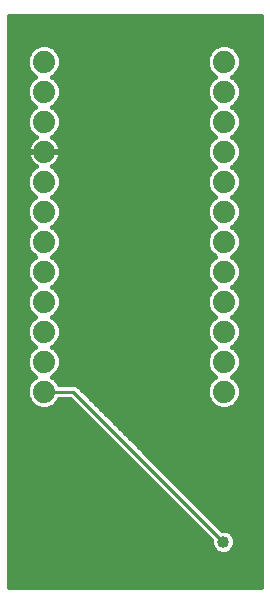
<source format=gbl>
G75*
%MOIN*%
%OFA0B0*%
%FSLAX25Y25*%
%IPPOS*%
%LPD*%
%AMOC8*
5,1,8,0,0,1.08239X$1,22.5*
%
%ADD10C,0.07400*%
%ADD11C,0.01000*%
%ADD12C,0.04000*%
%ADD13C,0.01600*%
D10*
X0019500Y0071800D03*
X0019500Y0081800D03*
X0019500Y0091800D03*
X0019500Y0101800D03*
X0019500Y0111800D03*
X0019500Y0121800D03*
X0019500Y0131800D03*
X0019500Y0141800D03*
X0019500Y0151800D03*
X0019500Y0161800D03*
X0019500Y0171800D03*
X0019500Y0181800D03*
X0079500Y0181800D03*
X0079500Y0171800D03*
X0079500Y0161800D03*
X0079500Y0151800D03*
X0079500Y0141800D03*
X0079500Y0131800D03*
X0079500Y0121800D03*
X0079500Y0111800D03*
X0079500Y0101800D03*
X0079500Y0091800D03*
X0079500Y0081800D03*
X0079500Y0071800D03*
D11*
X0079250Y0021800D02*
X0029250Y0071800D01*
X0019500Y0071800D01*
D12*
X0079250Y0021800D03*
D13*
X0007800Y0006600D02*
X0007800Y0196961D01*
X0091901Y0196961D01*
X0091901Y0006600D01*
X0007800Y0006600D01*
X0007800Y0006893D02*
X0091901Y0006893D01*
X0091901Y0008491D02*
X0007800Y0008491D01*
X0007800Y0010090D02*
X0091901Y0010090D01*
X0091901Y0011688D02*
X0007800Y0011688D01*
X0007800Y0013287D02*
X0091901Y0013287D01*
X0091901Y0014885D02*
X0007800Y0014885D01*
X0007800Y0016484D02*
X0091901Y0016484D01*
X0091901Y0018082D02*
X0080727Y0018082D01*
X0080046Y0017800D02*
X0081516Y0018409D01*
X0082641Y0019534D01*
X0083250Y0021004D01*
X0083250Y0022596D01*
X0082641Y0024066D01*
X0081516Y0025191D01*
X0080046Y0025800D01*
X0078786Y0025800D01*
X0031369Y0073216D01*
X0030666Y0073919D01*
X0029747Y0074300D01*
X0024634Y0074300D01*
X0024332Y0075029D01*
X0022729Y0076632D01*
X0022324Y0076800D01*
X0022729Y0076968D01*
X0024332Y0078571D01*
X0025200Y0080666D01*
X0025200Y0082934D01*
X0024332Y0085029D01*
X0022729Y0086632D01*
X0022324Y0086800D01*
X0022729Y0086968D01*
X0024332Y0088571D01*
X0025200Y0090666D01*
X0025200Y0092934D01*
X0024332Y0095029D01*
X0022729Y0096632D01*
X0022324Y0096800D01*
X0022729Y0096968D01*
X0024332Y0098571D01*
X0025200Y0100666D01*
X0025200Y0102934D01*
X0024332Y0105029D01*
X0022729Y0106632D01*
X0022324Y0106800D01*
X0022729Y0106968D01*
X0024332Y0108571D01*
X0025200Y0110666D01*
X0025200Y0112934D01*
X0024332Y0115029D01*
X0022729Y0116632D01*
X0022324Y0116800D01*
X0022729Y0116968D01*
X0024332Y0118571D01*
X0025200Y0120666D01*
X0025200Y0122934D01*
X0024332Y0125029D01*
X0022729Y0126632D01*
X0022324Y0126800D01*
X0022729Y0126968D01*
X0024332Y0128571D01*
X0025200Y0130666D01*
X0025200Y0132934D01*
X0024332Y0135029D01*
X0022729Y0136632D01*
X0022324Y0136800D01*
X0022729Y0136968D01*
X0024332Y0138571D01*
X0025200Y0140666D01*
X0025200Y0142934D01*
X0024332Y0145029D01*
X0022729Y0146632D01*
X0022036Y0146919D01*
X0022383Y0147096D01*
X0023083Y0147605D01*
X0023695Y0148217D01*
X0024204Y0148917D01*
X0024597Y0149689D01*
X0024865Y0150512D01*
X0025000Y0151367D01*
X0025000Y0151600D01*
X0019700Y0151600D01*
X0019700Y0152000D01*
X0025000Y0152000D01*
X0025000Y0152233D01*
X0024865Y0153088D01*
X0024597Y0153911D01*
X0024204Y0154683D01*
X0023695Y0155383D01*
X0023083Y0155995D01*
X0022383Y0156504D01*
X0022036Y0156681D01*
X0022729Y0156968D01*
X0024332Y0158571D01*
X0025200Y0160666D01*
X0025200Y0162934D01*
X0024332Y0165029D01*
X0022729Y0166632D01*
X0022324Y0166800D01*
X0022729Y0166968D01*
X0024332Y0168571D01*
X0025200Y0170666D01*
X0025200Y0172934D01*
X0024332Y0175029D01*
X0022729Y0176632D01*
X0022324Y0176800D01*
X0022729Y0176968D01*
X0024332Y0178571D01*
X0025200Y0180666D01*
X0025200Y0182934D01*
X0024332Y0185029D01*
X0022729Y0186632D01*
X0020634Y0187500D01*
X0018366Y0187500D01*
X0016271Y0186632D01*
X0014668Y0185029D01*
X0013800Y0182934D01*
X0013800Y0180666D01*
X0014668Y0178571D01*
X0016271Y0176968D01*
X0016676Y0176800D01*
X0016271Y0176632D01*
X0014668Y0175029D01*
X0013800Y0172934D01*
X0013800Y0170666D01*
X0014668Y0168571D01*
X0016271Y0166968D01*
X0016676Y0166800D01*
X0016271Y0166632D01*
X0014668Y0165029D01*
X0013800Y0162934D01*
X0013800Y0160666D01*
X0014668Y0158571D01*
X0016271Y0156968D01*
X0016964Y0156681D01*
X0016617Y0156504D01*
X0015917Y0155995D01*
X0015305Y0155383D01*
X0014796Y0154683D01*
X0014403Y0153911D01*
X0014135Y0153088D01*
X0014000Y0152233D01*
X0014000Y0152000D01*
X0019300Y0152000D01*
X0019300Y0151600D01*
X0014000Y0151600D01*
X0014000Y0151367D01*
X0014135Y0150512D01*
X0014403Y0149689D01*
X0014796Y0148917D01*
X0015305Y0148217D01*
X0015917Y0147605D01*
X0016617Y0147096D01*
X0016964Y0146919D01*
X0016271Y0146632D01*
X0014668Y0145029D01*
X0013800Y0142934D01*
X0013800Y0140666D01*
X0014668Y0138571D01*
X0016271Y0136968D01*
X0016676Y0136800D01*
X0016271Y0136632D01*
X0014668Y0135029D01*
X0013800Y0132934D01*
X0013800Y0130666D01*
X0014668Y0128571D01*
X0016271Y0126968D01*
X0016676Y0126800D01*
X0016271Y0126632D01*
X0014668Y0125029D01*
X0013800Y0122934D01*
X0013800Y0120666D01*
X0014668Y0118571D01*
X0016271Y0116968D01*
X0016676Y0116800D01*
X0016271Y0116632D01*
X0014668Y0115029D01*
X0013800Y0112934D01*
X0013800Y0110666D01*
X0014668Y0108571D01*
X0016271Y0106968D01*
X0016676Y0106800D01*
X0016271Y0106632D01*
X0014668Y0105029D01*
X0013800Y0102934D01*
X0013800Y0100666D01*
X0014668Y0098571D01*
X0016271Y0096968D01*
X0016676Y0096800D01*
X0016271Y0096632D01*
X0014668Y0095029D01*
X0013800Y0092934D01*
X0013800Y0090666D01*
X0014668Y0088571D01*
X0016271Y0086968D01*
X0016676Y0086800D01*
X0016271Y0086632D01*
X0014668Y0085029D01*
X0013800Y0082934D01*
X0013800Y0080666D01*
X0014668Y0078571D01*
X0016271Y0076968D01*
X0016676Y0076800D01*
X0016271Y0076632D01*
X0014668Y0075029D01*
X0013800Y0072934D01*
X0013800Y0070666D01*
X0014668Y0068571D01*
X0016271Y0066968D01*
X0018366Y0066100D01*
X0020634Y0066100D01*
X0022729Y0066968D01*
X0024332Y0068571D01*
X0024634Y0069300D01*
X0028214Y0069300D01*
X0075250Y0022264D01*
X0075250Y0021004D01*
X0075859Y0019534D01*
X0076984Y0018409D01*
X0078454Y0017800D01*
X0080046Y0017800D01*
X0082702Y0019681D02*
X0091901Y0019681D01*
X0091901Y0021279D02*
X0083250Y0021279D01*
X0083133Y0022878D02*
X0091901Y0022878D01*
X0091901Y0024476D02*
X0082230Y0024476D01*
X0078511Y0026075D02*
X0091901Y0026075D01*
X0091901Y0027673D02*
X0076912Y0027673D01*
X0075314Y0029272D02*
X0091901Y0029272D01*
X0091901Y0030870D02*
X0073715Y0030870D01*
X0072117Y0032469D02*
X0091901Y0032469D01*
X0091901Y0034068D02*
X0070518Y0034068D01*
X0068920Y0035666D02*
X0091901Y0035666D01*
X0091901Y0037265D02*
X0067321Y0037265D01*
X0065722Y0038863D02*
X0091901Y0038863D01*
X0091901Y0040462D02*
X0064124Y0040462D01*
X0062525Y0042060D02*
X0091901Y0042060D01*
X0091901Y0043659D02*
X0060927Y0043659D01*
X0059328Y0045257D02*
X0091901Y0045257D01*
X0091901Y0046856D02*
X0057730Y0046856D01*
X0056131Y0048454D02*
X0091901Y0048454D01*
X0091901Y0050053D02*
X0054533Y0050053D01*
X0052934Y0051651D02*
X0091901Y0051651D01*
X0091901Y0053250D02*
X0051336Y0053250D01*
X0049737Y0054848D02*
X0091901Y0054848D01*
X0091901Y0056447D02*
X0048139Y0056447D01*
X0046540Y0058045D02*
X0091901Y0058045D01*
X0091901Y0059644D02*
X0044942Y0059644D01*
X0043343Y0061242D02*
X0091901Y0061242D01*
X0091901Y0062841D02*
X0041745Y0062841D01*
X0040146Y0064439D02*
X0091901Y0064439D01*
X0091901Y0066038D02*
X0038548Y0066038D01*
X0036949Y0067636D02*
X0075603Y0067636D01*
X0076271Y0066968D02*
X0078366Y0066100D01*
X0080634Y0066100D01*
X0082729Y0066968D01*
X0084332Y0068571D01*
X0085200Y0070666D01*
X0085200Y0072934D01*
X0084332Y0075029D01*
X0082729Y0076632D01*
X0082324Y0076800D01*
X0082729Y0076968D01*
X0084332Y0078571D01*
X0085200Y0080666D01*
X0085200Y0082934D01*
X0084332Y0085029D01*
X0082729Y0086632D01*
X0082324Y0086800D01*
X0082729Y0086968D01*
X0084332Y0088571D01*
X0085200Y0090666D01*
X0085200Y0092934D01*
X0084332Y0095029D01*
X0082729Y0096632D01*
X0082324Y0096800D01*
X0082729Y0096968D01*
X0084332Y0098571D01*
X0085200Y0100666D01*
X0085200Y0102934D01*
X0084332Y0105029D01*
X0082729Y0106632D01*
X0082324Y0106800D01*
X0082729Y0106968D01*
X0084332Y0108571D01*
X0085200Y0110666D01*
X0085200Y0112934D01*
X0084332Y0115029D01*
X0082729Y0116632D01*
X0082324Y0116800D01*
X0082729Y0116968D01*
X0084332Y0118571D01*
X0085200Y0120666D01*
X0085200Y0122934D01*
X0084332Y0125029D01*
X0082729Y0126632D01*
X0082324Y0126800D01*
X0082729Y0126968D01*
X0084332Y0128571D01*
X0085200Y0130666D01*
X0085200Y0132934D01*
X0084332Y0135029D01*
X0082729Y0136632D01*
X0082324Y0136800D01*
X0082729Y0136968D01*
X0084332Y0138571D01*
X0085200Y0140666D01*
X0085200Y0142934D01*
X0084332Y0145029D01*
X0082729Y0146632D01*
X0082324Y0146800D01*
X0082729Y0146968D01*
X0084332Y0148571D01*
X0085200Y0150666D01*
X0085200Y0152934D01*
X0084332Y0155029D01*
X0082729Y0156632D01*
X0082324Y0156800D01*
X0082729Y0156968D01*
X0084332Y0158571D01*
X0085200Y0160666D01*
X0085200Y0162934D01*
X0084332Y0165029D01*
X0082729Y0166632D01*
X0082324Y0166800D01*
X0082729Y0166968D01*
X0084332Y0168571D01*
X0085200Y0170666D01*
X0085200Y0172934D01*
X0084332Y0175029D01*
X0082729Y0176632D01*
X0082324Y0176800D01*
X0082729Y0176968D01*
X0084332Y0178571D01*
X0085200Y0180666D01*
X0085200Y0182934D01*
X0084332Y0185029D01*
X0082729Y0186632D01*
X0080634Y0187500D01*
X0078366Y0187500D01*
X0076271Y0186632D01*
X0074668Y0185029D01*
X0073800Y0182934D01*
X0073800Y0180666D01*
X0074668Y0178571D01*
X0076271Y0176968D01*
X0076676Y0176800D01*
X0076271Y0176632D01*
X0074668Y0175029D01*
X0073800Y0172934D01*
X0073800Y0170666D01*
X0074668Y0168571D01*
X0076271Y0166968D01*
X0076676Y0166800D01*
X0076271Y0166632D01*
X0074668Y0165029D01*
X0073800Y0162934D01*
X0073800Y0160666D01*
X0074668Y0158571D01*
X0076271Y0156968D01*
X0076676Y0156800D01*
X0076271Y0156632D01*
X0074668Y0155029D01*
X0073800Y0152934D01*
X0073800Y0150666D01*
X0074668Y0148571D01*
X0076271Y0146968D01*
X0076676Y0146800D01*
X0076271Y0146632D01*
X0074668Y0145029D01*
X0073800Y0142934D01*
X0073800Y0140666D01*
X0074668Y0138571D01*
X0076271Y0136968D01*
X0076676Y0136800D01*
X0076271Y0136632D01*
X0074668Y0135029D01*
X0073800Y0132934D01*
X0073800Y0130666D01*
X0074668Y0128571D01*
X0076271Y0126968D01*
X0076676Y0126800D01*
X0076271Y0126632D01*
X0074668Y0125029D01*
X0073800Y0122934D01*
X0073800Y0120666D01*
X0074668Y0118571D01*
X0076271Y0116968D01*
X0076676Y0116800D01*
X0076271Y0116632D01*
X0074668Y0115029D01*
X0073800Y0112934D01*
X0073800Y0110666D01*
X0074668Y0108571D01*
X0076271Y0106968D01*
X0076676Y0106800D01*
X0076271Y0106632D01*
X0074668Y0105029D01*
X0073800Y0102934D01*
X0073800Y0100666D01*
X0074668Y0098571D01*
X0076271Y0096968D01*
X0076676Y0096800D01*
X0076271Y0096632D01*
X0074668Y0095029D01*
X0073800Y0092934D01*
X0073800Y0090666D01*
X0074668Y0088571D01*
X0076271Y0086968D01*
X0076676Y0086800D01*
X0076271Y0086632D01*
X0074668Y0085029D01*
X0073800Y0082934D01*
X0073800Y0080666D01*
X0074668Y0078571D01*
X0076271Y0076968D01*
X0076676Y0076800D01*
X0076271Y0076632D01*
X0074668Y0075029D01*
X0073800Y0072934D01*
X0073800Y0070666D01*
X0074668Y0068571D01*
X0076271Y0066968D01*
X0074393Y0069235D02*
X0035351Y0069235D01*
X0033752Y0070833D02*
X0073800Y0070833D01*
X0073800Y0072432D02*
X0032154Y0072432D01*
X0030398Y0074030D02*
X0074254Y0074030D01*
X0075268Y0075629D02*
X0023732Y0075629D01*
X0022988Y0077227D02*
X0076012Y0077227D01*
X0074562Y0078826D02*
X0024438Y0078826D01*
X0025100Y0080424D02*
X0073900Y0080424D01*
X0073800Y0082023D02*
X0025200Y0082023D01*
X0024915Y0083621D02*
X0074085Y0083621D01*
X0074859Y0085220D02*
X0024141Y0085220D01*
X0022368Y0086818D02*
X0076632Y0086818D01*
X0074822Y0088417D02*
X0024178Y0088417D01*
X0024930Y0090015D02*
X0074070Y0090015D01*
X0073800Y0091614D02*
X0025200Y0091614D01*
X0025085Y0093212D02*
X0073915Y0093212D01*
X0074578Y0094811D02*
X0024422Y0094811D01*
X0022952Y0096409D02*
X0076048Y0096409D01*
X0075231Y0098008D02*
X0023769Y0098008D01*
X0024761Y0099606D02*
X0074239Y0099606D01*
X0073800Y0101205D02*
X0025200Y0101205D01*
X0025200Y0102803D02*
X0073800Y0102803D01*
X0074408Y0104402D02*
X0024592Y0104402D01*
X0023360Y0106001D02*
X0075639Y0106001D01*
X0075640Y0107599D02*
X0023360Y0107599D01*
X0024592Y0109198D02*
X0074408Y0109198D01*
X0073800Y0110796D02*
X0025200Y0110796D01*
X0025200Y0112395D02*
X0073800Y0112395D01*
X0074239Y0113993D02*
X0024761Y0113993D01*
X0023769Y0115592D02*
X0075231Y0115592D01*
X0076049Y0117190D02*
X0022951Y0117190D01*
X0024422Y0118789D02*
X0074578Y0118789D01*
X0073916Y0120387D02*
X0025084Y0120387D01*
X0025200Y0121986D02*
X0073800Y0121986D01*
X0074069Y0123584D02*
X0024931Y0123584D01*
X0024178Y0125183D02*
X0074822Y0125183D01*
X0076631Y0126781D02*
X0022369Y0126781D01*
X0024141Y0128380D02*
X0074859Y0128380D01*
X0074085Y0129978D02*
X0024915Y0129978D01*
X0025200Y0131577D02*
X0073800Y0131577D01*
X0073900Y0133175D02*
X0025100Y0133175D01*
X0024438Y0134774D02*
X0074562Y0134774D01*
X0075268Y0137971D02*
X0023732Y0137971D01*
X0022989Y0136372D02*
X0076011Y0136372D01*
X0074254Y0139569D02*
X0024746Y0139569D01*
X0025200Y0141168D02*
X0073800Y0141168D01*
X0073800Y0142766D02*
X0025200Y0142766D01*
X0024607Y0144365D02*
X0074393Y0144365D01*
X0075602Y0145963D02*
X0023398Y0145963D01*
X0023024Y0147562D02*
X0075677Y0147562D01*
X0074424Y0149160D02*
X0024328Y0149160D01*
X0024904Y0150759D02*
X0073800Y0150759D01*
X0073800Y0152357D02*
X0024980Y0152357D01*
X0024574Y0153956D02*
X0074223Y0153956D01*
X0075193Y0155554D02*
X0023524Y0155554D01*
X0022914Y0157153D02*
X0076086Y0157153D01*
X0074593Y0158751D02*
X0024407Y0158751D01*
X0025069Y0160350D02*
X0073931Y0160350D01*
X0073800Y0161948D02*
X0025200Y0161948D01*
X0024946Y0163547D02*
X0074054Y0163547D01*
X0074784Y0165145D02*
X0024216Y0165145D01*
X0024103Y0168342D02*
X0074897Y0168342D01*
X0074100Y0169941D02*
X0024900Y0169941D01*
X0025200Y0171539D02*
X0073800Y0171539D01*
X0073885Y0173138D02*
X0025115Y0173138D01*
X0024453Y0174737D02*
X0074547Y0174737D01*
X0075974Y0176335D02*
X0023026Y0176335D01*
X0023695Y0177934D02*
X0075305Y0177934D01*
X0074270Y0179532D02*
X0024730Y0179532D01*
X0025200Y0181131D02*
X0073800Y0181131D01*
X0073800Y0182729D02*
X0025200Y0182729D01*
X0024623Y0184328D02*
X0074377Y0184328D01*
X0075565Y0185926D02*
X0023435Y0185926D01*
X0015974Y0176335D02*
X0007800Y0176335D01*
X0007800Y0174737D02*
X0014547Y0174737D01*
X0013885Y0173138D02*
X0007800Y0173138D01*
X0007800Y0171539D02*
X0013800Y0171539D01*
X0014100Y0169941D02*
X0007800Y0169941D01*
X0007800Y0168342D02*
X0014897Y0168342D01*
X0014784Y0165145D02*
X0007800Y0165145D01*
X0007800Y0163547D02*
X0014054Y0163547D01*
X0013800Y0161948D02*
X0007800Y0161948D01*
X0007800Y0160350D02*
X0013931Y0160350D01*
X0014593Y0158751D02*
X0007800Y0158751D01*
X0007800Y0157153D02*
X0016086Y0157153D01*
X0015476Y0155554D02*
X0007800Y0155554D01*
X0007800Y0153956D02*
X0014426Y0153956D01*
X0014020Y0152357D02*
X0007800Y0152357D01*
X0007800Y0150759D02*
X0014096Y0150759D01*
X0014672Y0149160D02*
X0007800Y0149160D01*
X0007800Y0147562D02*
X0015976Y0147562D01*
X0015602Y0145963D02*
X0007800Y0145963D01*
X0007800Y0144365D02*
X0014393Y0144365D01*
X0013800Y0142766D02*
X0007800Y0142766D01*
X0007800Y0141168D02*
X0013800Y0141168D01*
X0014254Y0139569D02*
X0007800Y0139569D01*
X0007800Y0137971D02*
X0015268Y0137971D01*
X0016011Y0136372D02*
X0007800Y0136372D01*
X0007800Y0134774D02*
X0014562Y0134774D01*
X0013900Y0133175D02*
X0007800Y0133175D01*
X0007800Y0131577D02*
X0013800Y0131577D01*
X0014085Y0129978D02*
X0007800Y0129978D01*
X0007800Y0128380D02*
X0014859Y0128380D01*
X0016631Y0126781D02*
X0007800Y0126781D01*
X0007800Y0125183D02*
X0014822Y0125183D01*
X0014069Y0123584D02*
X0007800Y0123584D01*
X0007800Y0121986D02*
X0013800Y0121986D01*
X0013916Y0120387D02*
X0007800Y0120387D01*
X0007800Y0118789D02*
X0014578Y0118789D01*
X0016049Y0117190D02*
X0007800Y0117190D01*
X0007800Y0115592D02*
X0015231Y0115592D01*
X0014239Y0113993D02*
X0007800Y0113993D01*
X0007800Y0112395D02*
X0013800Y0112395D01*
X0013800Y0110796D02*
X0007800Y0110796D01*
X0007800Y0109198D02*
X0014408Y0109198D01*
X0015640Y0107599D02*
X0007800Y0107599D01*
X0007800Y0106001D02*
X0015639Y0106001D01*
X0014408Y0104402D02*
X0007800Y0104402D01*
X0007800Y0102803D02*
X0013800Y0102803D01*
X0013800Y0101205D02*
X0007800Y0101205D01*
X0007800Y0099606D02*
X0014239Y0099606D01*
X0015231Y0098008D02*
X0007800Y0098008D01*
X0007800Y0096409D02*
X0016048Y0096409D01*
X0014578Y0094811D02*
X0007800Y0094811D01*
X0007800Y0093212D02*
X0013915Y0093212D01*
X0013800Y0091614D02*
X0007800Y0091614D01*
X0007800Y0090015D02*
X0014070Y0090015D01*
X0014822Y0088417D02*
X0007800Y0088417D01*
X0007800Y0086818D02*
X0016632Y0086818D01*
X0014859Y0085220D02*
X0007800Y0085220D01*
X0007800Y0083621D02*
X0014085Y0083621D01*
X0013800Y0082023D02*
X0007800Y0082023D01*
X0007800Y0080424D02*
X0013900Y0080424D01*
X0014562Y0078826D02*
X0007800Y0078826D01*
X0007800Y0077227D02*
X0016012Y0077227D01*
X0015268Y0075629D02*
X0007800Y0075629D01*
X0007800Y0074030D02*
X0014254Y0074030D01*
X0013800Y0072432D02*
X0007800Y0072432D01*
X0007800Y0070833D02*
X0013800Y0070833D01*
X0014393Y0069235D02*
X0007800Y0069235D01*
X0007800Y0067636D02*
X0015603Y0067636D01*
X0023397Y0067636D02*
X0029878Y0067636D01*
X0028280Y0069235D02*
X0024607Y0069235D01*
X0031477Y0066038D02*
X0007800Y0066038D01*
X0007800Y0064439D02*
X0033075Y0064439D01*
X0034674Y0062841D02*
X0007800Y0062841D01*
X0007800Y0061242D02*
X0036272Y0061242D01*
X0037871Y0059644D02*
X0007800Y0059644D01*
X0007800Y0058045D02*
X0039469Y0058045D01*
X0041068Y0056447D02*
X0007800Y0056447D01*
X0007800Y0054848D02*
X0042666Y0054848D01*
X0044265Y0053250D02*
X0007800Y0053250D01*
X0007800Y0051651D02*
X0045863Y0051651D01*
X0047462Y0050053D02*
X0007800Y0050053D01*
X0007800Y0048454D02*
X0049060Y0048454D01*
X0050659Y0046856D02*
X0007800Y0046856D01*
X0007800Y0045257D02*
X0052257Y0045257D01*
X0053856Y0043659D02*
X0007800Y0043659D01*
X0007800Y0042060D02*
X0055454Y0042060D01*
X0057053Y0040462D02*
X0007800Y0040462D01*
X0007800Y0038863D02*
X0058651Y0038863D01*
X0060250Y0037265D02*
X0007800Y0037265D01*
X0007800Y0035666D02*
X0061848Y0035666D01*
X0063447Y0034068D02*
X0007800Y0034068D01*
X0007800Y0032469D02*
X0065045Y0032469D01*
X0066644Y0030870D02*
X0007800Y0030870D01*
X0007800Y0029272D02*
X0068242Y0029272D01*
X0069841Y0027673D02*
X0007800Y0027673D01*
X0007800Y0026075D02*
X0071440Y0026075D01*
X0073038Y0024476D02*
X0007800Y0024476D01*
X0007800Y0022878D02*
X0074637Y0022878D01*
X0075250Y0021279D02*
X0007800Y0021279D01*
X0007800Y0019681D02*
X0075798Y0019681D01*
X0077773Y0018082D02*
X0007800Y0018082D01*
X0007800Y0166744D02*
X0016541Y0166744D01*
X0022459Y0166744D02*
X0076541Y0166744D01*
X0082459Y0166744D02*
X0091901Y0166744D01*
X0091901Y0168342D02*
X0084103Y0168342D01*
X0084900Y0169941D02*
X0091901Y0169941D01*
X0091901Y0171539D02*
X0085200Y0171539D01*
X0085115Y0173138D02*
X0091901Y0173138D01*
X0091901Y0174737D02*
X0084453Y0174737D01*
X0083026Y0176335D02*
X0091901Y0176335D01*
X0091901Y0177934D02*
X0083695Y0177934D01*
X0084730Y0179532D02*
X0091901Y0179532D01*
X0091901Y0181131D02*
X0085200Y0181131D01*
X0085200Y0182729D02*
X0091901Y0182729D01*
X0091901Y0184328D02*
X0084623Y0184328D01*
X0083435Y0185926D02*
X0091901Y0185926D01*
X0091901Y0187525D02*
X0007800Y0187525D01*
X0007800Y0189123D02*
X0091901Y0189123D01*
X0091901Y0190722D02*
X0007800Y0190722D01*
X0007800Y0192320D02*
X0091901Y0192320D01*
X0091901Y0193919D02*
X0007800Y0193919D01*
X0007800Y0195517D02*
X0091901Y0195517D01*
X0091901Y0165145D02*
X0084216Y0165145D01*
X0084946Y0163547D02*
X0091901Y0163547D01*
X0091901Y0161948D02*
X0085200Y0161948D01*
X0085069Y0160350D02*
X0091901Y0160350D01*
X0091901Y0158751D02*
X0084407Y0158751D01*
X0082914Y0157153D02*
X0091901Y0157153D01*
X0091901Y0155554D02*
X0083807Y0155554D01*
X0084777Y0153956D02*
X0091901Y0153956D01*
X0091901Y0152357D02*
X0085200Y0152357D01*
X0085200Y0150759D02*
X0091901Y0150759D01*
X0091901Y0149160D02*
X0084576Y0149160D01*
X0083323Y0147562D02*
X0091901Y0147562D01*
X0091901Y0145963D02*
X0083398Y0145963D01*
X0084607Y0144365D02*
X0091901Y0144365D01*
X0091901Y0142766D02*
X0085200Y0142766D01*
X0085200Y0141168D02*
X0091901Y0141168D01*
X0091901Y0139569D02*
X0084746Y0139569D01*
X0083732Y0137971D02*
X0091901Y0137971D01*
X0091901Y0136372D02*
X0082989Y0136372D01*
X0084438Y0134774D02*
X0091901Y0134774D01*
X0091901Y0133175D02*
X0085100Y0133175D01*
X0085200Y0131577D02*
X0091901Y0131577D01*
X0091901Y0129978D02*
X0084915Y0129978D01*
X0084141Y0128380D02*
X0091901Y0128380D01*
X0091901Y0126781D02*
X0082369Y0126781D01*
X0084178Y0125183D02*
X0091901Y0125183D01*
X0091901Y0123584D02*
X0084931Y0123584D01*
X0085200Y0121986D02*
X0091901Y0121986D01*
X0091901Y0120387D02*
X0085084Y0120387D01*
X0084422Y0118789D02*
X0091901Y0118789D01*
X0091901Y0117190D02*
X0082951Y0117190D01*
X0083769Y0115592D02*
X0091901Y0115592D01*
X0091901Y0113993D02*
X0084761Y0113993D01*
X0085200Y0112395D02*
X0091901Y0112395D01*
X0091901Y0110796D02*
X0085200Y0110796D01*
X0084592Y0109198D02*
X0091901Y0109198D01*
X0091901Y0107599D02*
X0083360Y0107599D01*
X0083360Y0106001D02*
X0091901Y0106001D01*
X0091901Y0104402D02*
X0084592Y0104402D01*
X0085200Y0102803D02*
X0091901Y0102803D01*
X0091901Y0101205D02*
X0085200Y0101205D01*
X0084761Y0099606D02*
X0091901Y0099606D01*
X0091901Y0098008D02*
X0083769Y0098008D01*
X0082952Y0096409D02*
X0091901Y0096409D01*
X0091901Y0094811D02*
X0084422Y0094811D01*
X0085085Y0093212D02*
X0091901Y0093212D01*
X0091901Y0091614D02*
X0085200Y0091614D01*
X0084930Y0090015D02*
X0091901Y0090015D01*
X0091901Y0088417D02*
X0084178Y0088417D01*
X0082368Y0086818D02*
X0091901Y0086818D01*
X0091901Y0085220D02*
X0084141Y0085220D01*
X0084915Y0083621D02*
X0091901Y0083621D01*
X0091901Y0082023D02*
X0085200Y0082023D01*
X0085100Y0080424D02*
X0091901Y0080424D01*
X0091901Y0078826D02*
X0084438Y0078826D01*
X0082988Y0077227D02*
X0091901Y0077227D01*
X0091901Y0075629D02*
X0083732Y0075629D01*
X0084746Y0074030D02*
X0091901Y0074030D01*
X0091901Y0072432D02*
X0085200Y0072432D01*
X0085200Y0070833D02*
X0091901Y0070833D01*
X0091901Y0069235D02*
X0084607Y0069235D01*
X0083397Y0067636D02*
X0091901Y0067636D01*
X0015305Y0177934D02*
X0007800Y0177934D01*
X0007800Y0179532D02*
X0014270Y0179532D01*
X0013800Y0181131D02*
X0007800Y0181131D01*
X0007800Y0182729D02*
X0013800Y0182729D01*
X0014377Y0184328D02*
X0007800Y0184328D01*
X0007800Y0185926D02*
X0015565Y0185926D01*
M02*

</source>
